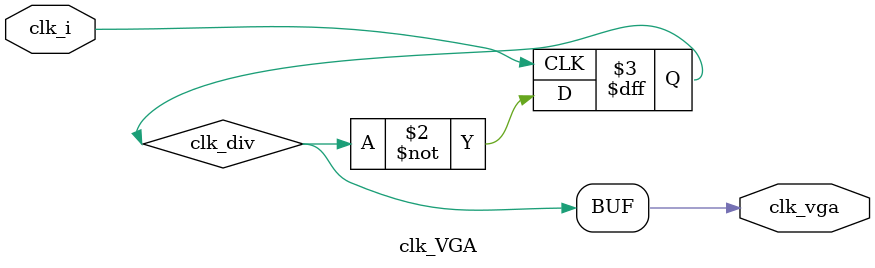
<source format=sv>
module clk_VGA(
    input  logic clk_i,    
  
    output logic clk_vga     
);

    logic clk_div;
    always_ff @(posedge clk_i) begin
		clk_div <= ~clk_div;  // Toggle every clock edge
    end
    assign clk_vga = clk_div;

endmodule

</source>
